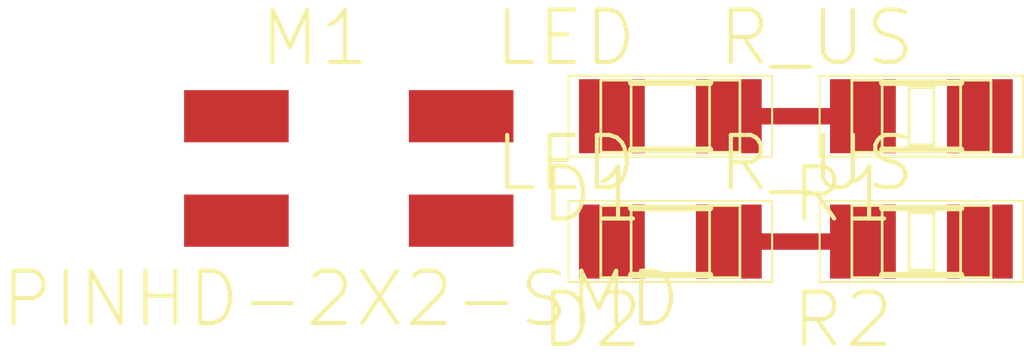
<source format=kicad_pcb>
(kicad_pcb (version 20171130) (host pcbnew 5.0.1-33cea8e~68~ubuntu16.04.1)

  (general
    (thickness 1.6)
    (drawings 0)
    (tracks 2)
    (zones 0)
    (modules 5)
    (nets 7)
  )

  (page A4)
  (layers
    (0 F.Cu signal)
    (31 B.Cu signal)
    (32 B.Adhes user)
    (33 F.Adhes user)
    (34 B.Paste user)
    (35 F.Paste user)
    (36 B.SilkS user)
    (37 F.SilkS user)
    (38 B.Mask user)
    (39 F.Mask user)
    (40 Dwgs.User user)
    (41 Cmts.User user)
    (42 Eco1.User user)
    (43 Eco2.User user)
    (44 Edge.Cuts user)
    (45 Margin user)
    (46 B.CrtYd user)
    (47 F.CrtYd user)
    (48 B.Fab user)
    (49 F.Fab user)
  )

  (setup
    (last_trace_width 0.4)
    (trace_clearance 0.4)
    (zone_clearance 0.508)
    (zone_45_only no)
    (trace_min 0.2)
    (segment_width 0.2)
    (edge_width 0.15)
    (via_size 0.8)
    (via_drill 0.4)
    (via_min_size 0.4)
    (via_min_drill 0.3)
    (uvia_size 0.3)
    (uvia_drill 0.1)
    (uvias_allowed no)
    (uvia_min_size 0.2)
    (uvia_min_drill 0.1)
    (pcb_text_width 0.3)
    (pcb_text_size 1.5 1.5)
    (mod_edge_width 0.15)
    (mod_text_size 1 1)
    (mod_text_width 0.15)
    (pad_size 1.524 1.524)
    (pad_drill 0.762)
    (pad_to_mask_clearance 0.051)
    (solder_mask_min_width 0.25)
    (aux_axis_origin 0 0)
    (visible_elements FFFFFF7F)
    (pcbplotparams
      (layerselection 0x010fc_ffffffff)
      (usegerberextensions false)
      (usegerberattributes false)
      (usegerberadvancedattributes false)
      (creategerberjobfile false)
      (excludeedgelayer true)
      (linewidth 0.100000)
      (plotframeref false)
      (viasonmask false)
      (mode 1)
      (useauxorigin false)
      (hpglpennumber 1)
      (hpglpenspeed 20)
      (hpglpendiameter 15.000000)
      (psnegative false)
      (psa4output false)
      (plotreference true)
      (plotvalue true)
      (plotinvisibletext false)
      (padsonsilk false)
      (subtractmaskfromsilk false)
      (outputformat 1)
      (mirror false)
      (drillshape 1)
      (scaleselection 1)
      (outputdirectory ""))
  )

  (net 0 "")
  (net 1 "Net-(D1-Pad1)")
  (net 2 +5V)
  (net 3 "Net-(D2-Pad1)")
  (net 4 Earth)
  (net 5 "Net-(M1-Pad3)")
  (net 6 "Net-(M1-Pad4)")

  (net_class Default "This is the default net class."
    (clearance 0.4)
    (trace_width 0.4)
    (via_dia 0.8)
    (via_drill 0.4)
    (uvia_dia 0.3)
    (uvia_drill 0.1)
    (diff_pair_gap 0.25)
    (diff_pair_width 0.4)
    (add_net +5V)
    (add_net Earth)
    (add_net "Net-(D1-Pad1)")
    (add_net "Net-(D2-Pad1)")
    (add_net "Net-(M1-Pad3)")
    (add_net "Net-(M1-Pad4)")
  )

  (module fab:fab-LED1206 (layer F.Cu) (tedit 200000) (tstamp 5C0AD96D)
    (at 236.22 150.876 180)
    (descr "LED 1206 PADS (STANDARD PATTERN)")
    (tags "LED 1206 PADS (STANDARD PATTERN)")
    (path /5C0ACBD1)
    (attr smd)
    (fp_text reference D1 (at 1.905 -1.905 180) (layer F.SilkS)
      (effects (font (size 1.27 1.27) (thickness 0.1016)))
    )
    (fp_text value LED (at 2.54 1.905 180) (layer F.SilkS)
      (effects (font (size 1.27 1.27) (thickness 0.1016)))
    )
    (fp_line (start -1.6891 0.8763) (end -0.9525 0.8763) (layer F.SilkS) (width 0.06604))
    (fp_line (start -0.9525 0.8763) (end -0.9525 -0.8763) (layer F.SilkS) (width 0.06604))
    (fp_line (start -1.6891 -0.8763) (end -0.9525 -0.8763) (layer F.SilkS) (width 0.06604))
    (fp_line (start -1.6891 0.8763) (end -1.6891 -0.8763) (layer F.SilkS) (width 0.06604))
    (fp_line (start 0.9525 0.8763) (end 1.6891 0.8763) (layer F.SilkS) (width 0.06604))
    (fp_line (start 1.6891 0.8763) (end 1.6891 -0.8763) (layer F.SilkS) (width 0.06604))
    (fp_line (start 0.9525 -0.8763) (end 1.6891 -0.8763) (layer F.SilkS) (width 0.06604))
    (fp_line (start 0.9525 0.8763) (end 0.9525 -0.8763) (layer F.SilkS) (width 0.06604))
    (fp_line (start 0.9525 0.8128) (end -0.9652 0.8128) (layer F.SilkS) (width 0.1524))
    (fp_line (start 0.9525 -0.8128) (end -0.9652 -0.8128) (layer F.SilkS) (width 0.1524))
    (fp_line (start -2.47142 -0.98298) (end 2.47142 -0.98298) (layer F.SilkS) (width 0.0508))
    (fp_line (start 2.47142 -0.98298) (end 2.47142 0.98298) (layer F.SilkS) (width 0.0508))
    (fp_line (start 2.47142 0.98298) (end -2.47142 0.98298) (layer F.SilkS) (width 0.0508))
    (fp_line (start -2.47142 0.98298) (end -2.47142 -0.98298) (layer F.SilkS) (width 0.0508))
    (pad 1 smd rect (at -1.41986 0 180) (size 1.59766 1.80086) (layers F.Cu F.Paste F.Mask)
      (net 1 "Net-(D1-Pad1)"))
    (pad 2 smd rect (at 1.41986 0 180) (size 1.59766 1.80086) (layers F.Cu F.Paste F.Mask)
      (net 2 +5V))
  )

  (module fab:fab-LED1206 (layer F.Cu) (tedit 200000) (tstamp 5C0AD981)
    (at 236.22 153.924 180)
    (descr "LED 1206 PADS (STANDARD PATTERN)")
    (tags "LED 1206 PADS (STANDARD PATTERN)")
    (path /5C0AD1A3)
    (attr smd)
    (fp_text reference D2 (at 1.905 -1.905 180) (layer F.SilkS)
      (effects (font (size 1.27 1.27) (thickness 0.1016)))
    )
    (fp_text value LED (at 2.54 1.905 180) (layer F.SilkS)
      (effects (font (size 1.27 1.27) (thickness 0.1016)))
    )
    (fp_line (start -2.47142 0.98298) (end -2.47142 -0.98298) (layer F.SilkS) (width 0.0508))
    (fp_line (start 2.47142 0.98298) (end -2.47142 0.98298) (layer F.SilkS) (width 0.0508))
    (fp_line (start 2.47142 -0.98298) (end 2.47142 0.98298) (layer F.SilkS) (width 0.0508))
    (fp_line (start -2.47142 -0.98298) (end 2.47142 -0.98298) (layer F.SilkS) (width 0.0508))
    (fp_line (start 0.9525 -0.8128) (end -0.9652 -0.8128) (layer F.SilkS) (width 0.1524))
    (fp_line (start 0.9525 0.8128) (end -0.9652 0.8128) (layer F.SilkS) (width 0.1524))
    (fp_line (start 0.9525 0.8763) (end 0.9525 -0.8763) (layer F.SilkS) (width 0.06604))
    (fp_line (start 0.9525 -0.8763) (end 1.6891 -0.8763) (layer F.SilkS) (width 0.06604))
    (fp_line (start 1.6891 0.8763) (end 1.6891 -0.8763) (layer F.SilkS) (width 0.06604))
    (fp_line (start 0.9525 0.8763) (end 1.6891 0.8763) (layer F.SilkS) (width 0.06604))
    (fp_line (start -1.6891 0.8763) (end -1.6891 -0.8763) (layer F.SilkS) (width 0.06604))
    (fp_line (start -1.6891 -0.8763) (end -0.9525 -0.8763) (layer F.SilkS) (width 0.06604))
    (fp_line (start -0.9525 0.8763) (end -0.9525 -0.8763) (layer F.SilkS) (width 0.06604))
    (fp_line (start -1.6891 0.8763) (end -0.9525 0.8763) (layer F.SilkS) (width 0.06604))
    (pad 2 smd rect (at 1.41986 0 180) (size 1.59766 1.80086) (layers F.Cu F.Paste F.Mask)
      (net 2 +5V))
    (pad 1 smd rect (at -1.41986 0 180) (size 1.59766 1.80086) (layers F.Cu F.Paste F.Mask)
      (net 3 "Net-(D2-Pad1)"))
  )

  (module fab:fab-2X02SMD (layer F.Cu) (tedit 200000) (tstamp 5C0AD989)
    (at 228.22154 152.146)
    (path /5C0ACA44)
    (attr smd)
    (fp_text reference M1 (at -0.635 -3.175) (layer F.SilkS)
      (effects (font (size 1.27 1.27) (thickness 0.1016)))
    )
    (fp_text value PINHD-2X2-SMD (at 0 3.175) (layer F.SilkS)
      (effects (font (size 1.27 1.27) (thickness 0.1016)))
    )
    (pad 1 smd rect (at -2.54 -1.27) (size 2.54 1.27) (layers F.Cu F.Paste F.Mask)
      (net 2 +5V))
    (pad 2 smd rect (at 2.91846 -1.27) (size 2.54 1.27) (layers F.Cu F.Paste F.Mask)
      (net 4 Earth))
    (pad 3 smd rect (at -2.54 1.27) (size 2.54 1.27) (layers F.Cu F.Paste F.Mask)
      (net 5 "Net-(M1-Pad3)"))
    (pad 4 smd rect (at 2.91846 1.27) (size 2.54 1.27) (layers F.Cu F.Paste F.Mask)
      (net 6 "Net-(M1-Pad4)"))
  )

  (module fab:fab-R1206 (layer F.Cu) (tedit 200000) (tstamp 5C0AD9A1)
    (at 242.316 150.876 180)
    (descr RESISTOR)
    (tags RESISTOR)
    (path /5C0ACCE8)
    (attr smd)
    (fp_text reference R1 (at 1.905 -1.905 180) (layer F.SilkS)
      (effects (font (size 1.27 1.27) (thickness 0.1016)))
    )
    (fp_text value R_US (at 2.54 1.905 180) (layer F.SilkS)
      (effects (font (size 1.27 1.27) (thickness 0.1016)))
    )
    (fp_line (start -1.6891 0.8763) (end -0.9525 0.8763) (layer F.SilkS) (width 0.06604))
    (fp_line (start -0.9525 0.8763) (end -0.9525 -0.8763) (layer F.SilkS) (width 0.06604))
    (fp_line (start -1.6891 -0.8763) (end -0.9525 -0.8763) (layer F.SilkS) (width 0.06604))
    (fp_line (start -1.6891 0.8763) (end -1.6891 -0.8763) (layer F.SilkS) (width 0.06604))
    (fp_line (start 0.9525 0.8763) (end 1.6891 0.8763) (layer F.SilkS) (width 0.06604))
    (fp_line (start 1.6891 0.8763) (end 1.6891 -0.8763) (layer F.SilkS) (width 0.06604))
    (fp_line (start 0.9525 -0.8763) (end 1.6891 -0.8763) (layer F.SilkS) (width 0.06604))
    (fp_line (start 0.9525 0.8763) (end 0.9525 -0.8763) (layer F.SilkS) (width 0.06604))
    (fp_line (start -0.29972 0.6985) (end 0.29972 0.6985) (layer F.SilkS) (width 0.06604))
    (fp_line (start 0.29972 0.6985) (end 0.29972 -0.6985) (layer F.SilkS) (width 0.06604))
    (fp_line (start -0.29972 -0.6985) (end 0.29972 -0.6985) (layer F.SilkS) (width 0.06604))
    (fp_line (start -0.29972 0.6985) (end -0.29972 -0.6985) (layer F.SilkS) (width 0.06604))
    (fp_line (start 0.9525 0.8128) (end -0.9652 0.8128) (layer F.SilkS) (width 0.1524))
    (fp_line (start 0.9525 -0.8128) (end -0.9652 -0.8128) (layer F.SilkS) (width 0.1524))
    (fp_line (start -2.47142 -0.98298) (end 2.47142 -0.98298) (layer F.SilkS) (width 0.0508))
    (fp_line (start 2.47142 -0.98298) (end 2.47142 0.98298) (layer F.SilkS) (width 0.0508))
    (fp_line (start 2.47142 0.98298) (end -2.47142 0.98298) (layer F.SilkS) (width 0.0508))
    (fp_line (start -2.47142 0.98298) (end -2.47142 -0.98298) (layer F.SilkS) (width 0.0508))
    (pad 1 smd rect (at -1.41986 0 180) (size 1.59766 1.80086) (layers F.Cu F.Paste F.Mask)
      (net 4 Earth))
    (pad 2 smd rect (at 1.41986 0 180) (size 1.59766 1.80086) (layers F.Cu F.Paste F.Mask)
      (net 1 "Net-(D1-Pad1)"))
  )

  (module fab:fab-R1206 (layer F.Cu) (tedit 200000) (tstamp 5C0AD9B9)
    (at 242.316 153.924 180)
    (descr RESISTOR)
    (tags RESISTOR)
    (path /5C0AD1AA)
    (attr smd)
    (fp_text reference R2 (at 1.905 -1.905 180) (layer F.SilkS)
      (effects (font (size 1.27 1.27) (thickness 0.1016)))
    )
    (fp_text value R_US (at 2.54 1.905 180) (layer F.SilkS)
      (effects (font (size 1.27 1.27) (thickness 0.1016)))
    )
    (fp_line (start -2.47142 0.98298) (end -2.47142 -0.98298) (layer F.SilkS) (width 0.0508))
    (fp_line (start 2.47142 0.98298) (end -2.47142 0.98298) (layer F.SilkS) (width 0.0508))
    (fp_line (start 2.47142 -0.98298) (end 2.47142 0.98298) (layer F.SilkS) (width 0.0508))
    (fp_line (start -2.47142 -0.98298) (end 2.47142 -0.98298) (layer F.SilkS) (width 0.0508))
    (fp_line (start 0.9525 -0.8128) (end -0.9652 -0.8128) (layer F.SilkS) (width 0.1524))
    (fp_line (start 0.9525 0.8128) (end -0.9652 0.8128) (layer F.SilkS) (width 0.1524))
    (fp_line (start -0.29972 0.6985) (end -0.29972 -0.6985) (layer F.SilkS) (width 0.06604))
    (fp_line (start -0.29972 -0.6985) (end 0.29972 -0.6985) (layer F.SilkS) (width 0.06604))
    (fp_line (start 0.29972 0.6985) (end 0.29972 -0.6985) (layer F.SilkS) (width 0.06604))
    (fp_line (start -0.29972 0.6985) (end 0.29972 0.6985) (layer F.SilkS) (width 0.06604))
    (fp_line (start 0.9525 0.8763) (end 0.9525 -0.8763) (layer F.SilkS) (width 0.06604))
    (fp_line (start 0.9525 -0.8763) (end 1.6891 -0.8763) (layer F.SilkS) (width 0.06604))
    (fp_line (start 1.6891 0.8763) (end 1.6891 -0.8763) (layer F.SilkS) (width 0.06604))
    (fp_line (start 0.9525 0.8763) (end 1.6891 0.8763) (layer F.SilkS) (width 0.06604))
    (fp_line (start -1.6891 0.8763) (end -1.6891 -0.8763) (layer F.SilkS) (width 0.06604))
    (fp_line (start -1.6891 -0.8763) (end -0.9525 -0.8763) (layer F.SilkS) (width 0.06604))
    (fp_line (start -0.9525 0.8763) (end -0.9525 -0.8763) (layer F.SilkS) (width 0.06604))
    (fp_line (start -1.6891 0.8763) (end -0.9525 0.8763) (layer F.SilkS) (width 0.06604))
    (pad 2 smd rect (at 1.41986 0 180) (size 1.59766 1.80086) (layers F.Cu F.Paste F.Mask)
      (net 3 "Net-(D2-Pad1)"))
    (pad 1 smd rect (at -1.41986 0 180) (size 1.59766 1.80086) (layers F.Cu F.Paste F.Mask)
      (net 4 Earth))
  )

  (segment (start 237.63986 150.876) (end 240.89614 150.876) (width 0.4) (layer F.Cu) (net 1))
  (segment (start 237.63986 153.924) (end 240.89614 153.924) (width 0.4) (layer F.Cu) (net 3))

)

</source>
